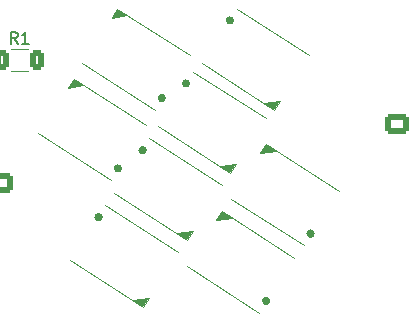
<source format=gto>
G04 #@! TF.GenerationSoftware,KiCad,Pcbnew,7.0.2-0*
G04 #@! TF.CreationDate,2023-12-21T10:07:40-08:00*
G04 #@! TF.ProjectId,MM Skirt,4d4d2053-6b69-4727-942e-6b696361645f,rev?*
G04 #@! TF.SameCoordinates,Original*
G04 #@! TF.FileFunction,Legend,Top*
G04 #@! TF.FilePolarity,Positive*
%FSLAX46Y46*%
G04 Gerber Fmt 4.6, Leading zero omitted, Abs format (unit mm)*
G04 Created by KiCad (PCBNEW 7.0.2-0) date 2023-12-21 10:07:40*
%MOMM*%
%LPD*%
G01*
G04 APERTURE LIST*
G04 Aperture macros list*
%AMRoundRect*
0 Rectangle with rounded corners*
0 $1 Rounding radius*
0 $2 $3 $4 $5 $6 $7 $8 $9 X,Y pos of 4 corners*
0 Add a 4 corners polygon primitive as box body*
4,1,4,$2,$3,$4,$5,$6,$7,$8,$9,$2,$3,0*
0 Add four circle primitives for the rounded corners*
1,1,$1+$1,$2,$3*
1,1,$1+$1,$4,$5*
1,1,$1+$1,$6,$7*
1,1,$1+$1,$8,$9*
0 Add four rect primitives between the rounded corners*
20,1,$1+$1,$2,$3,$4,$5,0*
20,1,$1+$1,$4,$5,$6,$7,0*
20,1,$1+$1,$6,$7,$8,$9,0*
20,1,$1+$1,$8,$9,$2,$3,0*%
%AMRotRect*
0 Rectangle, with rotation*
0 The origin of the aperture is its center*
0 $1 length*
0 $2 width*
0 $3 Rotation angle, in degrees counterclockwise*
0 Add horizontal line*
21,1,$1,$2,0,0,$3*%
G04 Aperture macros list end*
%ADD10C,0.150000*%
%ADD11C,0.120000*%
%ADD12C,0.380155*%
%ADD13O,1.950000X1.700000*%
%ADD14RotRect,1.500000X1.000000X147.300000*%
%ADD15RotRect,1.500000X1.000000X327.300000*%
%ADD16RoundRect,0.250000X-0.312500X-0.625000X0.312500X-0.625000X0.312500X0.625000X-0.312500X0.625000X0*%
%ADD17RoundRect,0.250000X-0.725000X0.600000X-0.725000X-0.600000X0.725000X-0.600000X0.725000X0.600000X0*%
%ADD18RoundRect,0.250000X0.725000X-0.600000X0.725000X0.600000X-0.725000X0.600000X-0.725000X-0.600000X0*%
G04 APERTURE END LIST*
D10*
X108088133Y-83681819D02*
X107754800Y-83205628D01*
X107516705Y-83681819D02*
X107516705Y-82681819D01*
X107516705Y-82681819D02*
X107897657Y-82681819D01*
X107897657Y-82681819D02*
X107992895Y-82729438D01*
X107992895Y-82729438D02*
X108040514Y-82777057D01*
X108040514Y-82777057D02*
X108088133Y-82872295D01*
X108088133Y-82872295D02*
X108088133Y-83015152D01*
X108088133Y-83015152D02*
X108040514Y-83110390D01*
X108040514Y-83110390D02*
X107992895Y-83158009D01*
X107992895Y-83158009D02*
X107897657Y-83205628D01*
X107897657Y-83205628D02*
X107516705Y-83205628D01*
X109040514Y-83681819D02*
X108469086Y-83681819D01*
X108754800Y-83681819D02*
X108754800Y-82681819D01*
X108754800Y-82681819D02*
X108659562Y-82824676D01*
X108659562Y-82824676D02*
X108564324Y-82919914D01*
X108564324Y-82919914D02*
X108469086Y-82967533D01*
D11*
X119708653Y-89274432D02*
X113565625Y-85330677D01*
X122679975Y-84646123D02*
X116536947Y-80702368D01*
D12*
X120477931Y-88279682D02*
G75*
G03*
X120477931Y-88279682I-190077J0D01*
G01*
D11*
X117374784Y-81248331D02*
X116050730Y-81459728D01*
X116536947Y-80702368D01*
X117374784Y-81248331D01*
G36*
X117374784Y-81248331D02*
G01*
X116050730Y-81459728D01*
X116536947Y-80702368D01*
X117374784Y-81248331D01*
G37*
X126646147Y-80702368D02*
X132789175Y-84646123D01*
X123674825Y-85330677D02*
X129817853Y-89274432D01*
D12*
X126257023Y-81697118D02*
G75*
G03*
X126257023Y-81697118I-190077J0D01*
G01*
D11*
X129817853Y-89274432D02*
X128980016Y-88728469D01*
X130304070Y-88517072D01*
X129817853Y-89274432D01*
G36*
X129817853Y-89274432D02*
G01*
X128980016Y-88728469D01*
X130304070Y-88517072D01*
X129817853Y-89274432D01*
G37*
X115520947Y-97364768D02*
X121663975Y-101308523D01*
X112549625Y-101993077D02*
X118692653Y-105936832D01*
D12*
X115131823Y-98359518D02*
G75*
G03*
X115131823Y-98359518I-190077J0D01*
G01*
D11*
X118692653Y-105936832D02*
X117854816Y-105390869D01*
X119178870Y-105179472D01*
X118692653Y-105936832D01*
G36*
X118692653Y-105936832D02*
G01*
X117854816Y-105390869D01*
X119178870Y-105179472D01*
X118692653Y-105936832D01*
G37*
X128547853Y-106444832D02*
X122404825Y-102501077D01*
X131519175Y-101816523D02*
X125376147Y-97872768D01*
D12*
X129317131Y-105450082D02*
G75*
G03*
X129317131Y-105450082I-190077J0D01*
G01*
D11*
X126213984Y-98418731D02*
X124889930Y-98630128D01*
X125376147Y-97872768D01*
X126213984Y-98418731D01*
G36*
X126213984Y-98418731D02*
G01*
X124889930Y-98630128D01*
X125376147Y-97872768D01*
X126213984Y-98418731D01*
G37*
X132307053Y-100755232D02*
X126164025Y-96811477D01*
X135278375Y-96126923D02*
X129135347Y-92183168D01*
D12*
X133076331Y-99760482D02*
G75*
G03*
X133076331Y-99760482I-190077J0D01*
G01*
D11*
X129973184Y-92729131D02*
X128649130Y-92940528D01*
X129135347Y-92183168D01*
X129973184Y-92729131D01*
G36*
X129973184Y-92729131D02*
G01*
X128649130Y-92940528D01*
X129135347Y-92183168D01*
X129973184Y-92729131D01*
G37*
X119251230Y-91697562D02*
X125394258Y-95641317D01*
X116279908Y-96325871D02*
X122422936Y-100269626D01*
D12*
X118862106Y-92692312D02*
G75*
G03*
X118862106Y-92692312I-190077J0D01*
G01*
D11*
X122422936Y-100269626D02*
X121585099Y-99723663D01*
X122909153Y-99512266D01*
X122422936Y-100269626D01*
G36*
X122422936Y-100269626D02*
G01*
X121585099Y-99723663D01*
X122909153Y-99512266D01*
X122422936Y-100269626D01*
G37*
X107527736Y-84129200D02*
X108981864Y-84129200D01*
X107527736Y-85949200D02*
X108981864Y-85949200D01*
X122937747Y-86036368D02*
X129080775Y-89980123D01*
X119966425Y-90664677D02*
X126109453Y-94608432D01*
D12*
X122548623Y-87031118D02*
G75*
G03*
X122548623Y-87031118I-190077J0D01*
G01*
D11*
X126109453Y-94608432D02*
X125271616Y-94062469D01*
X126595670Y-93851072D01*
X126109453Y-94608432D01*
G36*
X126109453Y-94608432D02*
G01*
X125271616Y-94062469D01*
X126595670Y-93851072D01*
X126109453Y-94608432D01*
G37*
X116000253Y-95218032D02*
X109857225Y-91274277D01*
X118971575Y-90589723D02*
X112828547Y-86645968D01*
D12*
X116769531Y-94223282D02*
G75*
G03*
X116769531Y-94223282I-190077J0D01*
G01*
D11*
X113666384Y-87191931D02*
X112342330Y-87403328D01*
X112828547Y-86645968D01*
X113666384Y-87191931D01*
G36*
X113666384Y-87191931D02*
G01*
X112342330Y-87403328D01*
X112828547Y-86645968D01*
X113666384Y-87191931D01*
G37*
D13*
X140191000Y-92964000D03*
%LPC*%
D14*
X119320117Y-87658406D03*
X121048886Y-84965572D03*
X116925483Y-82318394D03*
X115196714Y-85011228D03*
D15*
X127034683Y-82318394D03*
X125305914Y-85011228D03*
X129429317Y-87658406D03*
X131158086Y-84965572D03*
X115909483Y-98980794D03*
X114180714Y-101673628D03*
X118304117Y-104320806D03*
X120032886Y-101627972D03*
D14*
X128159317Y-104828806D03*
X129888086Y-102135972D03*
X125764683Y-99488794D03*
X124035914Y-102181628D03*
X131918517Y-99139206D03*
X133647286Y-96446372D03*
X129523883Y-93799194D03*
X127795114Y-96492028D03*
D15*
X119639766Y-93313588D03*
X117910997Y-96006422D03*
X122034400Y-98653600D03*
X123763169Y-95960766D03*
D16*
X106792300Y-85039200D03*
X109717300Y-85039200D03*
D15*
X123326283Y-87652394D03*
X121597514Y-90345228D03*
X125720917Y-92992406D03*
X127449686Y-90299572D03*
D14*
X115611717Y-93602006D03*
X117340486Y-90909172D03*
X113217083Y-88261994D03*
X111488314Y-90954828D03*
D17*
X140191000Y-90464000D03*
D13*
X140191000Y-92964000D03*
X140191000Y-95464000D03*
D18*
X106680000Y-95464000D03*
D13*
X106680000Y-92964000D03*
X106680000Y-90464000D03*
%LPD*%
M02*

</source>
